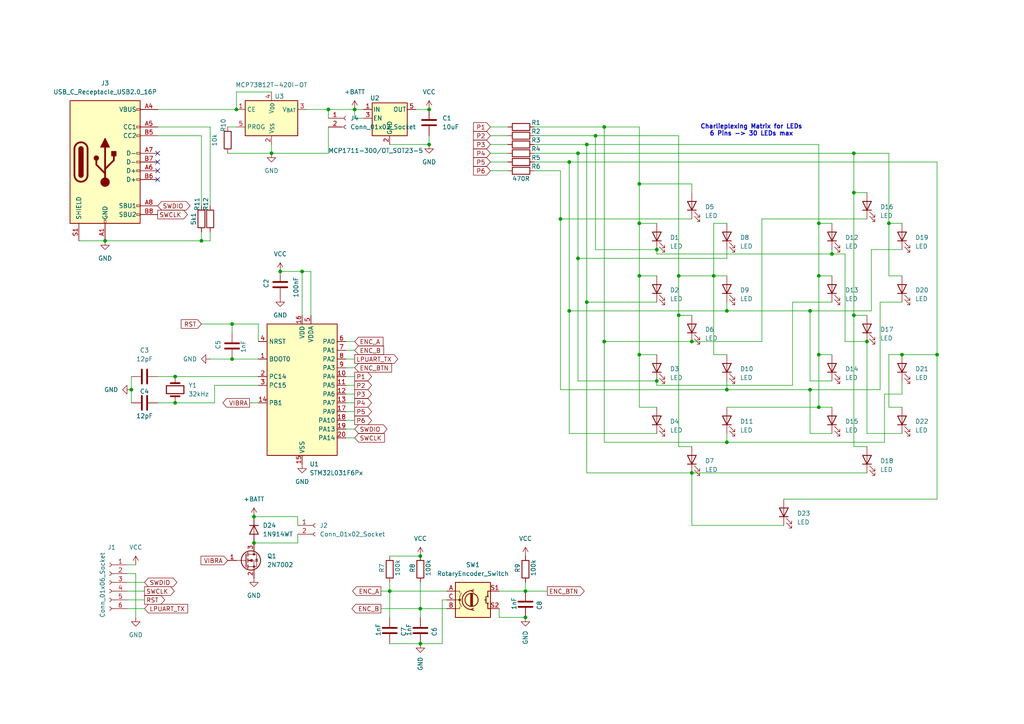
<source format=kicad_sch>
(kicad_sch (version 20250114) (generator "eeschema") (generator_version "9.0")
  (paper "A4")
  (title_block (title "Led Timer 2") (date "2025-10-19") (rev "0") (comment 1 "MEgli"))
  (lib_symbols
    (symbol "Battery_Management:MCP73812T-420I-OT"
      (property "Reference" "U" (at -6.35 6.35 0))
      (property "Value" "MCP73812T-420I-OT" (at 1.27 6.35 0))
      (symbol "MCP73812T-420I-OT_1_1"
        (pin input line (at -10.16 2.54 0) (length 2.54) (name "CE") (number "1"))
        (pin input line (at -10.16 -2.54 0) (length 2.54) (name "PROG") (number "5"))
        (pin power_in line (at 0 7.62 270) (length 2.54) (name "V_{DD}") (number "4"))
        (pin power_in line (at 0 -7.62 90) (length 2.54) (name "V_{SS}") (number "2"))
        (pin power_out line (at 10.16 2.54 180) (length 2.54) (name "V_{BAT}") (number "3"))
      )
    )
    (symbol "Connector:Conn_01x02_Socket" (pin_names (offset 1.016) (hide yes))
      (property "Reference" "J" (at 0 2.54 0))
      (property "Value" "Conn_01x02_Socket" (at 0 -5.08 0))
      (symbol "Conn_01x02_Socket_1_1"
        (pin passive line (at -5.08 0 0) (length 3.81) (name "Pin_1") (number "1"))
        (pin passive line (at -5.08 -2.54 0) (length 3.81) (name "Pin_2") (number "2"))
      )
    )
    (symbol "Connector:Conn_01x06_Socket" (pin_names (offset 1.016) (hide yes))
      (property "Reference" "J" (at 0 7.62 0))
      (property "Value" "Conn_01x06_Socket" (at 0 -10.16 0))
      (symbol "Conn_01x06_Socket_1_1"
        (pin passive line (at -5.08 5.08 0) (length 3.81) (name "Pin_1") (number "1"))
        (pin passive line (at -5.08 2.54 0) (length 3.81) (name "Pin_2") (number "2"))
        (pin passive line (at -5.08 0 0) (length 3.81) (name "Pin_3") (number "3"))
        (pin passive line (at -5.08 -2.54 0) (length 3.81) (name "Pin_4") (number "4"))
        (pin passive line (at -5.08 -5.08 0) (length 3.81) (name "Pin_5") (number "5"))
        (pin passive line (at -5.08 -7.62 0) (length 3.81) (name "Pin_6") (number "6"))
      )
    )
    (symbol "Connector:USB_C_Receptacle_USB2.0_16P" (pin_names (offset 1.016))
      (property "Reference" "J" (at 0 22.225 0))
      (property "Value" "USB_C_Receptacle_USB2.0_16P" (at 0 19.685 0))
      (symbol "USB_C_Receptacle_USB2.0_16P_1_1"
        (pin passive line (at -7.62 -22.86 90) (length 5.08) (name "SHIELD") (number "S1"))
        (pin passive line (at 0 -22.86 90) (length 5.08) (name "GND") (number "A1"))
        (pin passive line (at 0 -22.86 90) (length 5.08) (hide yes) (name "GND") (number "A12"))
        (pin passive line (at 0 -22.86 90) (length 5.08) (hide yes) (name "GND") (number "B1"))
        (pin passive line (at 0 -22.86 90) (length 5.08) (hide yes) (name "GND") (number "B12"))
        (pin passive line (at 15.24 15.24 180) (length 5.08) (name "VBUS") (number "A4"))
        (pin passive line (at 15.24 15.24 180) (length 5.08) (hide yes) (name "VBUS") (number "A9"))
        (pin passive line (at 15.24 15.24 180) (length 5.08) (hide yes) (name "VBUS") (number "B4"))
        (pin passive line (at 15.24 15.24 180) (length 5.08) (hide yes) (name "VBUS") (number "B9"))
        (pin bidirectional line (at 15.24 10.16 180) (length 5.08) (name "CC1") (number "A5"))
        (pin bidirectional line (at 15.24 7.62 180) (length 5.08) (name "CC2") (number "B5"))
        (pin bidirectional line (at 15.24 2.54 180) (length 5.08) (name "D-") (number "A7"))
        (pin bidirectional line (at 15.24 0 180) (length 5.08) (name "D-") (number "B7"))
        (pin bidirectional line (at 15.24 -2.54 180) (length 5.08) (name "D+") (number "A6"))
        (pin bidirectional line (at 15.24 -5.08 180) (length 5.08) (name "D+") (number "B6"))
        (pin bidirectional line (at 15.24 -12.7 180) (length 5.08) (name "SBU1") (number "A8"))
        (pin bidirectional line (at 15.24 -15.24 180) (length 5.08) (name "SBU2") (number "B8"))
      )
    )
    (symbol "Device:C" (pin_numbers (hide yes)) (pin_names (offset 0.254))
      (property "Reference" "C" (at 0.635 2.54 0))
      (property "Value" "C" (at 0.635 -2.54 0))
      (symbol "C_1_1"
        (pin passive line (at 0 3.81 270) (length 2.794) (name "~") (number "1"))
        (pin passive line (at 0 -3.81 90) (length 2.794) (name "~") (number "2"))
      )
    )
    (symbol "Device:Crystal" (pin_numbers (hide yes)) (pin_names (offset 1.016) (hide yes))
      (property "Reference" "Y" (at 0 3.81 0))
      (property "Value" "Crystal" (at 0 -3.81 0))
      (symbol "Crystal_1_1"
        (pin passive line (at -3.81 0 0) (length 1.27) (name "1") (number "1"))
        (pin passive line (at 3.81 0 180) (length 1.27) (name "2") (number "2"))
      )
    )
    (symbol "Device:LED" (pin_numbers (hide yes)) (pin_names (offset 1.016) (hide yes))
      (property "Reference" "D" (at 0 2.54 0))
      (property "Value" "LED" (at 0 -2.54 0))
      (symbol "LED_1_1"
        (pin passive line (at -3.81 0 0) (length 2.54) (name "K") (number "1"))
        (pin passive line (at 3.81 0 180) (length 2.54) (name "A") (number "2"))
      )
    )
    (symbol "Device:R" (pin_numbers (hide yes)) (pin_names (offset 0))
      (property "Reference" "R" (at 2.032 0 90))
      (property "Value" "R" (at 0 0 90))
      (symbol "R_1_1"
        (pin passive line (at 0 3.81 270) (length 1.27) (name "~") (number "1"))
        (pin passive line (at 0 -3.81 90) (length 1.27) (name "~") (number "2"))
      )
    )
    (symbol "Device:RotaryEncoder_Switch" (pin_names (offset 0.254) (hide yes))
      (property "Reference" "SW" (at 0 6.604 0))
      (property "Value" "RotaryEncoder_Switch" (at 0 -6.604 0))
      (symbol "RotaryEncoder_Switch_1_1"
        (pin passive line (at -7.62 2.54 0) (length 2.54) (name "A") (number "A"))
        (pin passive line (at -7.62 0 0) (length 2.54) (name "C") (number "C"))
        (pin passive line (at -7.62 -2.54 0) (length 2.54) (name "B") (number "B"))
        (pin passive line (at 7.62 2.54 180) (length 2.54) (name "S1") (number "S1"))
        (pin passive line (at 7.62 -2.54 180) (length 2.54) (name "S2") (number "S2"))
      )
    )
    (symbol "Diode:1N914WT" (pin_numbers (hide yes)) (pin_names (hide yes))
      (property "Reference" "D" (at 0 2.54 0))
      (property "Value" "1N914WT" (at 0 -2.54 0))
      (symbol "1N914WT_1_1"
        (pin passive line (at -3.81 0 0) (length 2.54) (name "K") (number "1"))
        (pin passive line (at 3.81 0 180) (length 2.54) (name "A") (number "2"))
      )
    )
    (symbol "MCU_ST_STM32L0:STM32L031F6Px"
      (property "Reference" "U" (at -10.16 21.59 0))
      (property "Value" "STM32L031F6Px" (at 5.08 21.59 0))
      (symbol "STM32L031F6Px_1_1"
        (pin input line (at -12.7 15.24 0) (length 2.54) (name "NRST") (number "4"))
        (pin input line (at -12.7 10.16 0) (length 2.54) (name "BOOT0") (number "1"))
        (pin bidirectional line (at -12.7 5.08 0) (length 2.54) (name "PC14") (number "2"))
        (pin bidirectional line (at -12.7 2.54 0) (length 2.54) (name "PC15") (number "3"))
        (pin bidirectional line (at -12.7 -2.54 0) (length 2.54) (name "PB1") (number "14"))
        (pin power_in line (at 0 22.86 270) (length 2.54) (name "VDD") (number "16"))
        (pin power_in line (at 0 -20.32 90) (length 2.54) (name "VSS") (number "15"))
        (pin power_in line (at 2.54 22.86 270) (length 2.54) (name "VDDA") (number "5"))
        (pin bidirectional line (at 12.7 15.24 180) (length 2.54) (name "PA0") (number "6"))
        (pin bidirectional line (at 12.7 12.7 180) (length 2.54) (name "PA1") (number "7"))
        (pin bidirectional line (at 12.7 10.16 180) (length 2.54) (name "PA2") (number "8"))
        (pin bidirectional line (at 12.7 7.62 180) (length 2.54) (name "PA3") (number "9"))
        (pin bidirectional line (at 12.7 5.08 180) (length 2.54) (name "PA4") (number "10"))
        (pin bidirectional line (at 12.7 2.54 180) (length 2.54) (name "PA5") (number "11"))
        (pin bidirectional line (at 12.7 0 180) (length 2.54) (name "PA6") (number "12"))
        (pin bidirectional line (at 12.7 -2.54 180) (length 2.54) (name "PA7") (number "13"))
        (pin bidirectional line (at 12.7 -5.08 180) (length 2.54) (name "PA9") (number "17"))
        (pin bidirectional line (at 12.7 -7.62 180) (length 2.54) (name "PA10") (number "18"))
        (pin bidirectional line (at 12.7 -10.16 180) (length 2.54) (name "PA13") (number "19"))
        (pin bidirectional line (at 12.7 -12.7 180) (length 2.54) (name "PA14") (number "20"))
      )
    )
    (symbol "Regulator_Linear:TLV71209_SOT23-5" (pin_names (offset 0.254))
      (property "Reference" "U" (at -3.81 5.715 0))
      (property "Value" "TLV71209_SOT23-5" (at 0 5.715 0))
      (symbol "TLV71209_SOT23-5_1_1"
        (pin power_in line (at -7.62 2.54 0) (length 2.54) (name "IN") (number "1"))
        (pin input line (at -7.62 0 0) (length 2.54) (name "EN") (number "3"))
        (pin power_in line (at 0 -7.62 90) (length 2.54) (name "GND") (number "2"))
        (pin no_connect line (at 5.08 0 180) (length 2.54) (hide yes) (name "NC") (number "4"))
        (pin power_out line (at 7.62 2.54 180) (length 2.54) (name "OUT") (number "5"))
      )
    )
    (symbol "Transistor_FET:2N7002" (pin_names (offset 0) (hide yes))
      (property "Reference" "Q" (at 5.08 1.905 0))
      (property "Value" "2N7002" (at 5.08 0 0))
      (symbol "2N7002_1_1"
        (pin input line (at -5.08 0 0) (length 2.54) (name "G") (number "1"))
        (pin passive line (at 2.54 5.08 270) (length 2.54) (name "D") (number "3"))
        (pin passive line (at 2.54 -5.08 90) (length 2.54) (name "S") (number "2"))
      )
    )
    (symbol "power:+BATT" (power) (pin_numbers (hide yes)) (pin_names (offset 0) (hide yes))
      (property "Value" "+BATT" (at 0 3.556 0))
      (symbol "+BATT_1_1"
        (pin power_in line (at 0 0 90) (length 0) (name "~") (number "1"))
      )
    )
    (symbol "power:GND" (power) (pin_numbers (hide yes)) (pin_names (offset 0) (hide yes))
      (property "Value" "GND" (at 0 -3.81 0))
      (symbol "GND_1_1"
        (pin power_in line (at 0 0 270) (length 0) (name "~") (number "1"))
      )
    )
    (symbol "power:VCC" (power) (pin_numbers (hide yes)) (pin_names (offset 0) (hide yes))
      (property "Value" "VCC" (at 0 3.556 0))
      (symbol "VCC_1_1"
        (pin power_in line (at 0 0 90) (length 0) (name "~") (number "1"))
      )
    )
  )
  (text "Charlieplexing Matrix for LEDs\n6 Pins -> 30 LEDs max" (at 217.932 37.846 0) (effects (font (size 1.27 1.27) (thickness 0.254) (bold yes))))
  (junction (at 175.26 99.06))
  (junction (at 237.49 80.01))
  (junction (at 172.72 39.37))
  (junction (at 121.92 176.53))
  (junction (at 68.58 31.75))
  (junction (at 247.65 91.44))
  (junction (at 261.62 102.87))
  (junction (at 124.46 41.91))
  (junction (at 162.56 63.5))
  (junction (at 78.74 44.45))
  (junction (at 152.4 171.45))
  (junction (at 30.48 69.85))
  (junction (at 271.78 102.87))
  (junction (at 190.5 72.39))
  (junction (at 167.64 44.45))
  (junction (at 190.5 110.49))
  (junction (at 67.31 93.98))
  (junction (at 185.42 53.34))
  (junction (at 152.4 179.07))
  (junction (at 95.25 31.75))
  (junction (at 200.66 137.16))
  (junction (at 185.42 80.01))
  (junction (at 247.65 55.88))
  (junction (at 50.8 109.22))
  (junction (at 165.1 90.17))
  (junction (at 241.3 73.66))
  (junction (at 165.1 46.99))
  (junction (at 234.95 90.17))
  (junction (at 81.28 78.74))
  (junction (at 234.95 113.03))
  (junction (at 121.92 186.69))
  (junction (at 73.66 157.48))
  (junction (at 257.81 64.77))
  (junction (at 196.85 91.44))
  (junction (at 170.18 87.63))
  (junction (at 196.85 80.01))
  (junction (at 102.87 31.75))
  (junction (at 210.82 128.27))
  (junction (at 237.49 64.77))
  (junction (at 207.01 80.01))
  (junction (at 124.46 31.75))
  (junction (at 185.42 102.87))
  (junction (at 67.31 104.14))
  (junction (at 251.46 99.06))
  (junction (at 113.03 171.45))
  (junction (at 210.82 90.17))
  (junction (at 170.18 41.91))
  (junction (at 237.49 102.87))
  (junction (at 50.8 116.84))
  (junction (at 175.26 36.83))
  (junction (at 87.63 78.74))
  (junction (at 167.64 74.93))
  (junction (at 38.1 113.03))
  (junction (at 121.92 161.29))
  (junction (at 58.42 69.85))
  (junction (at 247.65 44.45))
  (junction (at 185.42 64.77))
  (junction (at 200.66 99.06))
  (junction (at 237.49 118.11))
  (junction (at 73.66 149.86))
  (junction (at 210.82 113.03))
  (no_connect (at 45.72 44.45))
  (no_connect (at 45.72 49.53))
  (no_connect (at 45.72 46.99))
  (no_connect (at 45.72 52.07))
  (wire (pts (xy 45.72 39.37) (xy 58.42 39.37)))
  (wire (pts (xy 36.83 163.83) (xy 39.37 163.83)))
  (wire (pts (xy 95.25 31.75) (xy 102.87 31.75)))
  (wire (pts (xy 210.82 87.63) (xy 210.82 90.17)))
  (wire (pts (xy 175.26 36.83) (xy 185.42 36.83)))
  (wire (pts (xy 257.81 64.77) (xy 257.81 80.01)))
  (wire (pts (xy 60.96 69.85) (xy 60.96 67.31)))
  (wire (pts (xy 68.58 31.75) (xy 68.58 26.67)))
  (wire (pts (xy 102.87 109.22) (xy 100.33 109.22)))
  (wire (pts (xy 251.46 129.54) (xy 247.65 129.54)))
  (wire (pts (xy 78.74 41.91) (xy 78.74 44.45)))
  (wire (pts (xy 36.83 173.99) (xy 41.91 173.99)))
  (wire (pts (xy 252.73 90.17) (xy 234.95 90.17)))
  (wire (pts (xy 190.5 111.76) (xy 229.87 111.76)))
  (wire (pts (xy 170.18 137.16) (xy 200.66 137.16)))
  (wire (pts (xy 170.18 41.91) (xy 237.49 41.91)))
  (wire (pts (xy 142.24 39.37) (xy 147.32 39.37)))
  (wire (pts (xy 245.11 73.66) (xy 245.11 99.06)))
  (wire (pts (xy 170.18 41.91) (xy 170.18 87.63)))
  (wire (pts (xy 58.42 93.98) (xy 67.31 93.98)))
  (wire (pts (xy 162.56 49.53) (xy 162.56 63.5)))
  (wire (pts (xy 175.26 99.06) (xy 175.26 128.27)))
  (wire (pts (xy 102.87 114.3) (xy 100.33 114.3)))
  (wire (pts (xy 88.9 31.75) (xy 95.25 31.75)))
  (wire (pts (xy 172.72 39.37) (xy 196.85 39.37)))
  (wire (pts (xy 257.81 44.45) (xy 247.65 44.45)))
  (wire (pts (xy 154.94 44.45) (xy 167.64 44.45)))
  (wire (pts (xy 261.62 118.11) (xy 257.81 118.11)))
  (wire (pts (xy 234.95 110.49) (xy 241.3 110.49)))
  (wire (pts (xy 121.92 168.91) (xy 121.92 176.53)))
  (wire (pts (xy 210.82 118.11) (xy 237.49 118.11)))
  (wire (pts (xy 200.66 55.88) (xy 200.66 53.34)))
  (wire (pts (xy 102.87 104.14) (xy 100.33 104.14)))
  (wire (pts (xy 190.5 80.01) (xy 185.42 80.01)))
  (wire (pts (xy 251.46 99.06) (xy 251.46 125.73)))
  (wire (pts (xy 210.82 102.87) (xy 207.01 102.87)))
  (wire (pts (xy 167.64 44.45) (xy 167.64 74.93)))
  (wire (pts (xy 87.63 78.74) (xy 81.28 78.74)))
  (wire (pts (xy 74.93 111.76) (xy 62.23 111.76)))
  (wire (pts (xy 271.78 46.99) (xy 271.78 102.87)))
  (wire (pts (xy 210.82 110.49) (xy 210.82 113.03)))
  (wire (pts (xy 245.11 99.06) (xy 251.46 99.06)))
  (wire (pts (xy 102.87 119.38) (xy 100.33 119.38)))
  (wire (pts (xy 185.42 36.83) (xy 185.42 53.34)))
  (wire (pts (xy 185.42 80.01) (xy 185.42 64.77)))
  (wire (pts (xy 110.49 171.45) (xy 113.03 171.45)))
  (wire (pts (xy 165.1 90.17) (xy 210.82 90.17)))
  (wire (pts (xy 154.94 41.91) (xy 170.18 41.91)))
  (wire (pts (xy 241.3 73.66) (xy 245.11 73.66)))
  (wire (pts (xy 234.95 90.17) (xy 234.95 110.49)))
  (wire (pts (xy 172.72 72.39) (xy 190.5 72.39)))
  (wire (pts (xy 167.64 74.93) (xy 210.82 74.93)))
  (wire (pts (xy 162.56 63.5) (xy 162.56 113.03)))
  (wire (pts (xy 162.56 113.03) (xy 210.82 113.03)))
  (wire (pts (xy 247.65 55.88) (xy 251.46 55.88)))
  (wire (pts (xy 68.58 26.67) (xy 78.74 26.67)))
  (wire (pts (xy 58.42 69.85) (xy 60.96 69.85)))
  (wire (pts (xy 185.42 118.11) (xy 185.42 102.87)))
  (wire (pts (xy 237.49 80.01) (xy 241.3 80.01)))
  (wire (pts (xy 190.5 64.77) (xy 185.42 64.77)))
  (wire (pts (xy 86.36 152.4) (xy 86.36 149.86)))
  (wire (pts (xy 256.54 114.3) (xy 261.62 114.3)))
  (wire (pts (xy 252.73 72.39) (xy 252.73 90.17)))
  (wire (pts (xy 73.66 157.48) (xy 86.36 157.48)))
  (wire (pts (xy 247.65 44.45) (xy 247.65 55.88)))
  (wire (pts (xy 237.49 80.01) (xy 237.49 64.77)))
  (wire (pts (xy 113.03 171.45) (xy 129.54 171.45)))
  (wire (pts (xy 241.3 118.11) (xy 237.49 118.11)))
  (wire (pts (xy 58.42 67.31) (xy 58.42 69.85)))
  (wire (pts (xy 102.87 106.68) (xy 100.33 106.68)))
  (wire (pts (xy 175.26 128.27) (xy 210.82 128.27)))
  (wire (pts (xy 229.87 111.76) (xy 229.87 87.63)))
  (wire (pts (xy 167.64 44.45) (xy 247.65 44.45)))
  (wire (pts (xy 36.83 176.53) (xy 41.91 176.53)))
  (wire (pts (xy 237.49 64.77) (xy 241.3 64.77)))
  (wire (pts (xy 45.72 116.84) (xy 50.8 116.84)))
  (wire (pts (xy 165.1 125.73) (xy 190.5 125.73)))
  (wire (pts (xy 241.3 72.39) (xy 241.3 73.66)))
  (wire (pts (xy 90.17 78.74) (xy 90.17 91.44)))
  (wire (pts (xy 39.37 166.37) (xy 36.83 166.37)))
  (wire (pts (xy 22.86 69.85) (xy 30.48 69.85)))
  (wire (pts (xy 172.72 39.37) (xy 172.72 72.39)))
  (wire (pts (xy 129.54 173.99) (xy 128.27 173.99)))
  (wire (pts (xy 142.24 49.53) (xy 147.32 49.53)))
  (wire (pts (xy 196.85 80.01) (xy 196.85 39.37)))
  (wire (pts (xy 66.04 36.83) (xy 68.58 36.83)))
  (wire (pts (xy 66.04 44.45) (xy 78.74 44.45)))
  (wire (pts (xy 67.31 93.98) (xy 67.31 96.52)))
  (wire (pts (xy 167.64 110.49) (xy 190.5 110.49)))
  (wire (pts (xy 220.98 99.06) (xy 200.66 99.06)))
  (wire (pts (xy 74.93 93.98) (xy 74.93 99.06)))
  (wire (pts (xy 87.63 78.74) (xy 90.17 78.74)))
  (wire (pts (xy 102.87 99.06) (xy 100.33 99.06)))
  (wire (pts (xy 175.26 99.06) (xy 200.66 99.06)))
  (wire (pts (xy 45.72 36.83) (xy 60.96 36.83)))
  (wire (pts (xy 102.87 101.6) (xy 100.33 101.6)))
  (wire (pts (xy 196.85 80.01) (xy 207.01 80.01)))
  (wire (pts (xy 257.81 118.11) (xy 257.81 102.87)))
  (wire (pts (xy 234.95 113.03) (xy 255.27 113.03)))
  (wire (pts (xy 45.72 109.22) (xy 50.8 109.22)))
  (wire (pts (xy 142.24 41.91) (xy 147.32 41.91)))
  (wire (pts (xy 210.82 113.03) (xy 234.95 113.03)))
  (wire (pts (xy 207.01 64.77) (xy 207.01 80.01)))
  (wire (pts (xy 124.46 41.91) (xy 124.46 39.37)))
  (wire (pts (xy 271.78 102.87) (xy 261.62 102.87)))
  (wire (pts (xy 110.49 176.53) (xy 121.92 176.53)))
  (wire (pts (xy 38.1 113.03) (xy 38.1 116.84)))
  (wire (pts (xy 113.03 161.29) (xy 121.92 161.29)))
  (wire (pts (xy 144.78 171.45) (xy 152.4 171.45)))
  (wire (pts (xy 102.87 31.75) (xy 105.41 31.75)))
  (wire (pts (xy 102.87 34.29) (xy 102.87 31.75)))
  (wire (pts (xy 210.82 90.17) (xy 234.95 90.17)))
  (wire (pts (xy 121.92 179.07) (xy 121.92 176.53)))
  (wire (pts (xy 120.65 31.75) (xy 124.46 31.75)))
  (wire (pts (xy 62.23 111.76) (xy 62.23 116.84)))
  (wire (pts (xy 210.82 64.77) (xy 207.01 64.77)))
  (wire (pts (xy 170.18 87.63) (xy 190.5 87.63)))
  (wire (pts (xy 38.1 109.22) (xy 38.1 113.03)))
  (wire (pts (xy 237.49 118.11) (xy 237.49 102.87)))
  (wire (pts (xy 237.49 102.87) (xy 241.3 102.87)))
  (wire (pts (xy 152.4 168.91) (xy 152.4 171.45)))
  (wire (pts (xy 113.03 168.91) (xy 113.03 171.45)))
  (wire (pts (xy 185.42 102.87) (xy 185.42 80.01)))
  (wire (pts (xy 210.82 128.27) (xy 256.54 128.27)))
  (wire (pts (xy 72.39 116.84) (xy 74.93 116.84)))
  (wire (pts (xy 113.03 171.45) (xy 113.03 179.07)))
  (wire (pts (xy 207.01 80.01) (xy 210.82 80.01)))
  (wire (pts (xy 87.63 78.74) (xy 87.63 91.44)))
  (wire (pts (xy 165.1 90.17) (xy 165.1 125.73)))
  (wire (pts (xy 234.95 113.03) (xy 234.95 125.73)))
  (wire (pts (xy 200.66 53.34) (xy 185.42 53.34)))
  (wire (pts (xy 196.85 91.44) (xy 196.85 129.54)))
  (wire (pts (xy 152.4 171.45) (xy 158.75 171.45)))
  (wire (pts (xy 190.5 102.87) (xy 185.42 102.87)))
  (wire (pts (xy 102.87 111.76) (xy 100.33 111.76)))
  (wire (pts (xy 113.03 41.91) (xy 124.46 41.91)))
  (wire (pts (xy 86.36 154.94) (xy 86.36 157.48)))
  (wire (pts (xy 142.24 36.83) (xy 147.32 36.83)))
  (wire (pts (xy 257.81 64.77) (xy 257.81 44.45)))
  (wire (pts (xy 210.82 72.39) (xy 210.82 74.93)))
  (wire (pts (xy 271.78 144.78) (xy 271.78 102.87)))
  (wire (pts (xy 255.27 87.63) (xy 261.62 87.63)))
  (wire (pts (xy 200.66 137.16) (xy 251.46 137.16)))
  (wire (pts (xy 165.1 46.99) (xy 271.78 46.99)))
  (wire (pts (xy 102.87 127) (xy 100.33 127)))
  (wire (pts (xy 200.66 152.4) (xy 200.66 137.16)))
  (wire (pts (xy 154.94 46.99) (xy 165.1 46.99)))
  (wire (pts (xy 154.94 49.53) (xy 162.56 49.53)))
  (wire (pts (xy 257.81 102.87) (xy 261.62 102.87)))
  (wire (pts (xy 95.25 31.75) (xy 95.25 34.29)))
  (wire (pts (xy 251.46 125.73) (xy 261.62 125.73)))
  (wire (pts (xy 247.65 91.44) (xy 251.46 91.44)))
  (wire (pts (xy 73.66 149.86) (xy 86.36 149.86)))
  (wire (pts (xy 237.49 41.91) (xy 237.49 64.77)))
  (wire (pts (xy 227.33 144.78) (xy 271.78 144.78)))
  (wire (pts (xy 74.93 104.14) (xy 67.31 104.14)))
  (wire (pts (xy 196.85 91.44) (xy 196.85 80.01)))
  (wire (pts (xy 255.27 113.03) (xy 255.27 87.63)))
  (wire (pts (xy 167.64 74.93) (xy 167.64 110.49)))
  (wire (pts (xy 105.41 34.29) (xy 102.87 34.29)))
  (wire (pts (xy 257.81 80.01) (xy 261.62 80.01)))
  (wire (pts (xy 175.26 36.83) (xy 175.26 99.06)))
  (wire (pts (xy 100.33 121.92) (xy 102.87 121.92)))
  (wire (pts (xy 142.24 44.45) (xy 147.32 44.45)))
  (wire (pts (xy 190.5 118.11) (xy 185.42 118.11)))
  (wire (pts (xy 247.65 91.44) (xy 247.65 55.88)))
  (wire (pts (xy 241.3 73.66) (xy 190.5 73.66)))
  (wire (pts (xy 144.78 176.53) (xy 144.78 179.07)))
  (wire (pts (xy 190.5 110.49) (xy 190.5 111.76)))
  (wire (pts (xy 67.31 93.98) (xy 74.93 93.98)))
  (wire (pts (xy 261.62 72.39) (xy 252.73 72.39)))
  (wire (pts (xy 60.96 36.83) (xy 60.96 59.69)))
  (wire (pts (xy 36.83 168.91) (xy 41.91 168.91)))
  (wire (pts (xy 190.5 73.66) (xy 190.5 72.39)))
  (wire (pts (xy 154.94 36.83) (xy 175.26 36.83)))
  (wire (pts (xy 170.18 87.63) (xy 170.18 137.16)))
  (wire (pts (xy 261.62 64.77) (xy 257.81 64.77)))
  (wire (pts (xy 227.33 152.4) (xy 200.66 152.4)))
  (wire (pts (xy 58.42 39.37) (xy 58.42 59.69)))
  (wire (pts (xy 30.48 69.85) (xy 58.42 69.85)))
  (wire (pts (xy 128.27 173.99) (xy 128.27 186.69)))
  (wire (pts (xy 220.98 63.5) (xy 220.98 99.06)))
  (wire (pts (xy 45.72 31.75) (xy 68.58 31.75)))
  (wire (pts (xy 144.78 179.07) (xy 152.4 179.07)))
  (wire (pts (xy 200.66 129.54) (xy 196.85 129.54)))
  (wire (pts (xy 207.01 102.87) (xy 207.01 80.01)))
  (wire (pts (xy 154.94 39.37) (xy 172.72 39.37)))
  (wire (pts (xy 162.56 63.5) (xy 200.66 63.5)))
  (wire (pts (xy 60.96 104.14) (xy 67.31 104.14)))
  (wire (pts (xy 261.62 114.3) (xy 261.62 110.49)))
  (wire (pts (xy 210.82 125.73) (xy 210.82 128.27)))
  (wire (pts (xy 185.42 64.77) (xy 185.42 53.34)))
  (wire (pts (xy 95.25 36.83) (xy 95.25 44.45)))
  (wire (pts (xy 196.85 91.44) (xy 200.66 91.44)))
  (wire (pts (xy 237.49 102.87) (xy 237.49 80.01)))
  (wire (pts (xy 256.54 128.27) (xy 256.54 114.3)))
  (wire (pts (xy 229.87 87.63) (xy 241.3 87.63)))
  (wire (pts (xy 142.24 46.99) (xy 147.32 46.99)))
  (wire (pts (xy 247.65 129.54) (xy 247.65 91.44)))
  (wire (pts (xy 165.1 46.99) (xy 165.1 90.17)))
  (wire (pts (xy 251.46 63.5) (xy 220.98 63.5)))
  (wire (pts (xy 50.8 116.84) (xy 62.23 116.84)))
  (wire (pts (xy 234.95 125.73) (xy 241.3 125.73)))
  (wire (pts (xy 36.83 171.45) (xy 41.91 171.45)))
  (wire (pts (xy 39.37 179.07) (xy 39.37 166.37)))
  (wire (pts (xy 113.03 186.69) (xy 121.92 186.69)))
  (wire (pts (xy 102.87 124.46) (xy 100.33 124.46)))
  (wire (pts (xy 128.27 186.69) (xy 121.92 186.69)))
  (wire (pts (xy 121.92 176.53) (xy 129.54 176.53)))
  (wire (pts (xy 102.87 116.84) (xy 100.33 116.84)))
  (wire (pts (xy 95.25 44.45) (xy 78.74 44.45)))
  (wire (pts (xy 50.8 109.22) (xy 74.93 109.22)))
  (global_label "P3" (shape output) (at 102.87 114.3 0) (property "Intersheetrefs" "${INTERSHEET_REFS}" (effects (hide yes))))
  (global_label "P3" (shape input) (at 142.24 41.91 180) (property "Intersheetrefs" "${INTERSHEET_REFS}" (effects (hide yes))))
  (global_label "P1" (shape output) (at 102.87 109.22 0) (property "Intersheetrefs" "${INTERSHEET_REFS}" (effects (hide yes))))
  (global_label "LPUART_TX" (shape output) (at 102.87 104.14 0) (property "Intersheetrefs" "${INTERSHEET_REFS}" (effects (hide yes))))
  (global_label "P5" (shape input) (at 142.24 46.99 180) (property "Intersheetrefs" "${INTERSHEET_REFS}" (effects (hide yes))))
  (global_label "RST" (shape input) (at 58.42 93.98 180) (property "Intersheetrefs" "${INTERSHEET_REFS}" (effects (hide yes))))
  (global_label "VIBRA" (shape output) (at 72.39 116.84 180) (property "Intersheetrefs" "${INTERSHEET_REFS}" (effects (hide yes))))
  (global_label "ENC_B" (shape output) (at 110.49 176.53 180) (property "Intersheetrefs" "${INTERSHEET_REFS}" (effects (hide yes))))
  (global_label "ENC_BTN" (shape output) (at 158.75 171.45 0) (property "Intersheetrefs" "${INTERSHEET_REFS}" (effects (hide yes))))
  (global_label "LPUART_TX" (shape input) (at 41.91 176.53 0) (property "Intersheetrefs" "${INTERSHEET_REFS}" (effects (hide yes))))
  (global_label "ENC_A" (shape input) (at 102.87 99.06 0) (property "Intersheetrefs" "${INTERSHEET_REFS}" (effects (hide yes))))
  (global_label "ENC_B" (shape input) (at 102.87 101.6 0) (property "Intersheetrefs" "${INTERSHEET_REFS}" (effects (hide yes))))
  (global_label "SWDIO" (shape bidirectional) (at 45.72 59.69 0) (property "Intersheetrefs" "${INTERSHEET_REFS}" (effects (hide yes))))
  (global_label "P2" (shape output) (at 102.87 111.76 0) (property "Intersheetrefs" "${INTERSHEET_REFS}" (effects (hide yes))))
  (global_label "SWDIO" (shape bidirectional) (at 102.87 124.46 0) (property "Intersheetrefs" "${INTERSHEET_REFS}" (effects (hide yes))))
  (global_label "ENC_BTN" (shape input) (at 102.87 106.68 0) (property "Intersheetrefs" "${INTERSHEET_REFS}" (effects (hide yes))))
  (global_label "SWCLK" (shape output) (at 45.72 62.23 0) (property "Intersheetrefs" "${INTERSHEET_REFS}" (effects (hide yes))))
  (global_label "P6" (shape output) (at 102.87 121.92 0) (property "Intersheetrefs" "${INTERSHEET_REFS}" (effects (hide yes))))
  (global_label "P2" (shape input) (at 142.24 39.37 180) (property "Intersheetrefs" "${INTERSHEET_REFS}" (effects (hide yes))))
  (global_label "P4" (shape output) (at 102.87 116.84 0) (property "Intersheetrefs" "${INTERSHEET_REFS}" (effects (hide yes))))
  (global_label "P6" (shape input) (at 142.24 49.53 180) (property "Intersheetrefs" "${INTERSHEET_REFS}" (effects (hide yes))))
  (global_label "P4" (shape input) (at 142.24 44.45 180) (property "Intersheetrefs" "${INTERSHEET_REFS}" (effects (hide yes))))
  (global_label "SWDIO" (shape bidirectional) (at 41.91 168.91 0) (property "Intersheetrefs" "${INTERSHEET_REFS}" (effects (hide yes))))
  (global_label "SWCLK" (shape output) (at 41.91 171.45 0) (property "Intersheetrefs" "${INTERSHEET_REFS}" (effects (hide yes))))
  (global_label "SWCLK" (shape input) (at 102.87 127 0) (property "Intersheetrefs" "${INTERSHEET_REFS}" (effects (hide yes))))
  (global_label "RST" (shape output) (at 41.91 173.99 0) (property "Intersheetrefs" "${INTERSHEET_REFS}" (effects (hide yes))))
  (global_label "VIBRA" (shape input) (at 66.04 162.56 180) (property "Intersheetrefs" "${INTERSHEET_REFS}" (effects (hide yes))))
  (global_label "P1" (shape input) (at 142.24 36.83 180) (property "Intersheetrefs" "${INTERSHEET_REFS}" (effects (hide yes))))
  (global_label "ENC_A" (shape output) (at 110.49 171.45 180) (property "Intersheetrefs" "${INTERSHEET_REFS}" (effects (hide yes))))
  (global_label "P5" (shape output) (at 102.87 119.38 0) (property "Intersheetrefs" "${INTERSHEET_REFS}" (effects (hide yes))))
  (symbol (lib_id "power:VCC") (at 121.92 161.29 0) (unit 1)
    (property "Reference" "#PWR012" (effects (hide yes)))
    (property "Value" "VCC" (at 121.92 156.21 0))
    (property "Description" "Power symbol creates a global label with name \"VCC\"" (effects (hide yes)))
  )
  (symbol (lib_id "Device:LED") (at 261.62 68.58 90) (unit 1)
    (property "Reference" "D19" (at 265.43 68.8974 90) (effects (justify right)))
    (property "Value" "LED" (at 265.43 71.4374 90) (effects (justify right)))
    (property "Footprint" "LED_SMD:LED_0603_1608Metric_Pad1.05x0.95mm_HandSolder" (effects (hide yes)))
    (property "Description" "Light emitting diode" (effects (hide yes)))
    (property "Sim.Pins" "1=K 2=A" (effects (hide yes)))
  )
  (symbol (lib_id "Device:R") (at 60.96 63.5 180) (unit 1)
    (property "Reference" "R12" (at 59.69 59.182 90))
    (property "Value" "5k1" (effects (hide yes)))
    (property "Footprint" "Resistor_SMD:R_0603_1608Metric" (effects (hide yes)))
    (property "Description" "Resistor" (effects (hide yes)))
  )
  (symbol (lib_id "power:GND") (at 73.66 167.64 0) (unit 1)
    (property "Reference" "#PWR016" (effects (hide yes)))
    (property "Value" "GND" (at 73.66 172.72 0))
    (property "Description" "Power symbol creates a global label with name \"GND\" , ground" (effects (hide yes)))
  )
  (symbol (lib_id "Device:LED") (at 190.5 121.92 90) (unit 1)
    (property "Reference" "D4" (at 194.31 122.2374 90) (effects (justify right)))
    (property "Value" "LED" (at 194.31 124.7774 90) (effects (justify right)))
    (property "Footprint" "LED_SMD:LED_0603_1608Metric_Pad1.05x0.95mm_HandSolder" (effects (hide yes)))
    (property "Description" "Light emitting diode" (effects (hide yes)))
    (property "Sim.Pins" "1=K 2=A" (effects (hide yes)))
  )
  (symbol (lib_id "power:GND") (at 152.4 179.07 0) (unit 1)
    (property "Reference" "#PWR010" (effects (hide yes)))
    (property "Value" "GND" (at 152.3999 182.88 90) (effects (justify right)))
    (property "Description" "Power symbol creates a global label with name \"GND\" , ground" (effects (hide yes)))
  )
  (symbol (lib_id "power:GND") (at 78.74 44.45 0) (unit 1)
    (property "Reference" "#PWR017" (effects (hide yes)))
    (property "Value" "GND" (at 78.74 49.53 0))
    (property "Description" "Power symbol creates a global label with name \"GND\" , ground" (effects (hide yes)))
  )
  (symbol (lib_id "Device:R") (at 152.4 165.1 0) (unit 1)
    (property "Reference" "R9" (at 150.114 166.116 90) (effects (justify left)))
    (property "Value" "100k" (at 154.686 167.132 90) (effects (justify left)))
    (property "Footprint" "Resistor_SMD:R_0603_1608Metric" (effects (hide yes)))
    (property "Description" "Resistor" (effects (hide yes)))
  )
  (symbol (lib_id "Transistor_FET:2N7002") (at 71.12 162.56 0) (unit 1)
    (property "Reference" "Q1" (at 77.47 161.2899 0) (effects (justify left)))
    (property "Value" "2N7002" (at 77.47 163.8299 0) (effects (justify left)))
    (property "Footprint" "Package_TO_SOT_SMD:SOT-23" (effects (hide yes)))
    (property "Datasheet" "https://www.onsemi.com/pub/Collateral/NDS7002A-D.PDF" (effects (hide yes)))
    (property "Description" "0.115A Id, 60V Vds, N-Channel MOSFET, SOT-23" (effects (hide yes)))
  )
  (symbol (lib_id "Device:R") (at 151.13 41.91 90) (unit 1)
    (property "Reference" "R3" (at 155.448 40.64 90))
    (property "Value" "470R" (effects (hide yes)))
    (property "Footprint" "Resistor_SMD:R_0603_1608Metric" (effects (hide yes)))
    (property "Description" "Resistor" (effects (hide yes)))
  )
  (symbol (lib_id "Connector:Conn_01x02_Socket") (at 91.44 152.4 0) (unit 1) (in_bom no)
    (property "Reference" "J2" (at 92.71 152.3999 0) (effects (justify left)))
    (property "Value" "Conn_01x02_Socket" (at 92.71 154.9399 0) (effects (justify left)))
    (property "Footprint" "Connector_PinHeader_1.27mm:PinHeader_1x02_P1.27mm_Vertical" (effects (hide yes)))
    (property "Description" "Generic connector, single row, 01x02, script generated" (effects (hide yes)))
  )
  (symbol (lib_id "Device:LED") (at 261.62 121.92 90) (unit 1)
    (property "Reference" "D22" (at 265.43 122.2374 90) (effects (justify right)))
    (property "Value" "LED" (at 265.43 124.7774 90) (effects (justify right)))
    (property "Footprint" "LED_SMD:LED_0603_1608Metric_Pad1.05x0.95mm_HandSolder" (effects (hide yes)))
    (property "Description" "Light emitting diode" (effects (hide yes)))
    (property "Sim.Pins" "1=K 2=A" (effects (hide yes)))
  )
  (symbol (lib_id "Device:R") (at 151.13 46.99 90) (unit 1)
    (property "Reference" "R5" (at 155.448 45.72 90))
    (property "Value" "470R" (effects (hide yes)))
    (property "Footprint" "Resistor_SMD:R_0603_1608Metric" (effects (hide yes)))
    (property "Description" "Resistor" (effects (hide yes)))
  )
  (symbol (lib_id "Device:LED") (at 190.5 106.68 90) (unit 1)
    (property "Reference" "D3" (at 194.31 106.9974 90) (effects (justify right)))
    (property "Value" "LED" (at 194.31 109.5374 90) (effects (justify right)))
    (property "Footprint" "LED_SMD:LED_0603_1608Metric_Pad1.05x0.95mm_HandSolder" (effects (hide yes)))
    (property "Description" "Light emitting diode" (effects (hide yes)))
    (property "Sim.Pins" "1=K 2=A" (effects (hide yes)))
  )
  (symbol (lib_id "Connector:Conn_01x06_Socket") (at 31.75 168.91 0) (mirror y) (unit 1) (in_bom no)
    (property "Reference" "J1" (at 32.385 158.75 0))
    (property "Value" "Conn_01x06_Socket" (at 29.718 169.672 90))
    (property "Footprint" "Connector_PinHeader_1.27mm:PinHeader_1x06_P1.27mm_Vertical" (effects (hide yes)))
    (property "Description" "Generic connector, single row, 01x06, script generated" (effects (hide yes)))
  )
  (symbol (lib_id "power:VCC") (at 124.46 31.75 0) (unit 1)
    (property "Reference" "#PWR05" (effects (hide yes)))
    (property "Value" "VCC" (at 124.46 26.67 0))
    (property "Description" "Power symbol creates a global label with name \"VCC\"" (effects (hide yes)))
  )
  (symbol (lib_id "Device:LED") (at 241.3 106.68 90) (unit 1)
    (property "Reference" "D14" (at 245.11 106.9974 90) (effects (justify right)))
    (property "Value" "LED" (at 245.11 109.5374 90) (effects (justify right)))
    (property "Footprint" "LED_SMD:LED_0603_1608Metric_Pad1.05x0.95mm_HandSolder" (effects (hide yes)))
    (property "Description" "Light emitting diode" (effects (hide yes)))
    (property "Sim.Pins" "1=K 2=A" (effects (hide yes)))
  )
  (symbol (lib_id "MCU_ST_STM32L0:STM32L031F6Px") (at 87.63 114.3 0) (unit 1)
    (property "Reference" "U1" (at 89.7733 134.62 0) (effects (justify left)))
    (property "Value" "STM32L031F6Px" (at 89.7733 137.16 0) (effects (justify left)))
    (property "Footprint" "Package_SO:TSSOP-20_4.4x6.5mm_P0.65mm" (effects (hide yes)))
    (property "Datasheet" "https://www.st.com/resource/en/datasheet/stm32l031f6.pdf" (effects (hide yes)))
    (property "Description" "STMicroelectronics Arm Cortex-M0+ MCU, 32KB flash, 8KB RAM, 32 MHz, 1.65-3.6V, 15 GPIO, TSSOP20" (effects (hide yes)))
  )
  (symbol (lib_id "Diode:1N914WT") (at 73.66 153.67 90) (mirror x) (unit 1)
    (property "Reference" "D24" (at 76.2 152.3999 90) (effects (justify right)))
    (property "Value" "1N914WT" (at 76.2 154.9399 90) (effects (justify right)))
    (property "Footprint" "Diode_SMD:D_SOD-523" (effects (hide yes)))
    (property "Datasheet" "http://www.mouser.com/ds/2/149/1N4148WT-461550.pdf" (effects (hide yes)))
    (property "Description" "75V 0.15A Fast switching Diode, SOD-523" (effects (hide yes)))
    (property "Sim.Device" "D" (effects (hide yes)))
    (property "Sim.Pins" "1=K 2=A" (effects (hide yes)))
  )
  (symbol (lib_id "Device:Crystal") (at 50.8 113.03 90) (unit 1)
    (property "Reference" "Y1" (at 54.61 111.7599 90) (effects (justify right)))
    (property "Value" "32kHz" (at 54.61 114.2999 90) (effects (justify right)))
    (property "Footprint" "Crystal:Crystal_SMD_3215-2Pin_3.2x1.5mm" (effects (hide yes)))
    (property "Description" "Two pin crystal" (effects (hide yes)))
  )
  (symbol (lib_id "Regulator_Linear:TLV71209_SOT23-5") (at 113.03 34.29 0) (unit 1)
    (property "Reference" "U2" (at 108.712 28.448 0))
    (property "Value" "MCP1711-300/OT_SOT23-5" (at 108.966 43.688 0))
    (property "Footprint" "Package_TO_SOT_SMD:SOT-23-5" (effects (hide yes)))
    (property "Datasheet" "http://www.ti.com/lit/ds/symlink/tlv712.pdf" (effects (hide yes)))
    (property "Description" "300mA Low Dropout Voltage Regulator, Fixed Output 0.9V, SOT-23-5" (effects (hide yes)))
  )
  (symbol (lib_id "power:GND") (at 39.37 179.07 0) (unit 1)
    (property "Reference" "#PWR013" (effects (hide yes)))
    (property "Value" "GND" (at 39.37 184.15 0))
    (property "Description" "Power symbol creates a global label with name \"GND\" , ground" (effects (hide yes)))
  )
  (symbol (lib_id "Battery_Management:MCP73812T-420I-OT") (at 78.74 34.29 0) (unit 1)
    (property "Reference" "U3" (at 81.026 27.94 0))
    (property "Value" "MCP73812T-420I-OT" (at 78.74 24.638 0))
    (property "Footprint" "Package_TO_SOT_SMD:SOT-23-5" (effects (hide yes)))
    (property "Datasheet" "http://ww1.microchip.com/downloads/en/DeviceDoc/22036b.pdf" (effects (hide yes)))
    (property "Description" "Simple, Miniature Single-Cell, Fully Integrated Li-Ion / Li-Polymer Charge Management Controllers, 50mA-500mA, 4.2V, SOT23-5" (effects (hide yes)))
  )
  (symbol (lib_id "Device:LED") (at 210.82 83.82 90) (unit 1)
    (property "Reference" "D9" (at 214.63 84.1374 90) (effects (justify right)))
    (property "Value" "LED" (at 214.63 86.6774 90) (effects (justify right)))
    (property "Footprint" "LED_SMD:LED_0603_1608Metric_Pad1.05x0.95mm_HandSolder" (effects (hide yes)))
    (property "Description" "Light emitting diode" (effects (hide yes)))
    (property "Sim.Pins" "1=K 2=A" (effects (hide yes)))
  )
  (symbol (lib_id "power:GND") (at 30.48 69.85 0) (unit 1)
    (property "Reference" "#PWR018" (effects (hide yes)))
    (property "Value" "GND" (at 30.48 74.93 0))
    (property "Description" "Power symbol creates a global label with name \"GND\" , ground" (effects (hide yes)))
  )
  (symbol (lib_id "Device:R") (at 113.03 165.1 0) (unit 1)
    (property "Reference" "R7" (at 110.744 166.116 90) (effects (justify left)))
    (property "Value" "100k" (at 115.316 167.132 90) (effects (justify left)))
    (property "Footprint" "Resistor_SMD:R_0603_1608Metric" (effects (hide yes)))
    (property "Description" "Resistor" (effects (hide yes)))
  )
  (symbol (lib_id "Device:C") (at 67.31 100.33 0) (unit 1)
    (property "Reference" "C5" (at 63.246 101.346 90) (effects (justify left)))
    (property "Value" "1nF" (at 70.612 102.362 90) (effects (justify left)))
    (property "Footprint" "Capacitor_SMD:C_0603_1608Metric" (effects (hide yes)))
    (property "Description" "Unpolarized capacitor" (effects (hide yes)))
  )
  (symbol (lib_id "Device:LED") (at 251.46 133.35 90) (unit 1)
    (property "Reference" "D18" (at 255.27 133.6674 90) (effects (justify right)))
    (property "Value" "LED" (at 255.27 136.2074 90) (effects (justify right)))
    (property "Footprint" "LED_SMD:LED_0603_1608Metric_Pad1.05x0.95mm_HandSolder" (effects (hide yes)))
    (property "Description" "Light emitting diode" (effects (hide yes)))
    (property "Sim.Pins" "1=K 2=A" (effects (hide yes)))
  )
  (symbol (lib_id "Device:R") (at 151.13 36.83 90) (unit 1)
    (property "Reference" "R1" (at 155.448 35.56 90))
    (property "Value" "470R" (at 151.13 51.816 90))
    (property "Footprint" "Resistor_SMD:R_0603_1608Metric" (effects (hide yes)))
    (property "Description" "Resistor" (effects (hide yes)))
  )
  (symbol (lib_id "Device:LED") (at 210.82 68.58 90) (unit 1)
    (property "Reference" "D8" (at 214.63 68.8974 90) (effects (justify right)))
    (property "Value" "LED" (at 214.63 71.4374 90) (effects (justify right)))
    (property "Footprint" "LED_SMD:LED_0603_1608Metric_Pad1.05x0.95mm_HandSolder" (effects (hide yes)))
    (property "Description" "Light emitting diode" (effects (hide yes)))
    (property "Sim.Pins" "1=K 2=A" (effects (hide yes)))
  )
  (symbol (lib_id "Device:R") (at 151.13 39.37 90) (unit 1)
    (property "Reference" "R2" (at 155.448 38.1 90))
    (property "Value" "470R" (effects (hide yes)))
    (property "Footprint" "Resistor_SMD:R_0603_1608Metric" (effects (hide yes)))
    (property "Description" "Resistor" (effects (hide yes)))
  )
  (symbol (lib_id "Connector:Conn_01x02_Socket") (at 100.33 34.29 0) (unit 1) (in_bom no)
    (property "Reference" "J4" (at 101.6 34.2899 0) (effects (justify left)))
    (property "Value" "Conn_01x02_Socket" (at 101.6 36.8299 0) (effects (justify left)))
    (property "Footprint" "Connector_PinHeader_1.27mm:PinHeader_1x02_P1.27mm_Vertical" (effects (hide yes)))
    (property "Description" "Generic connector, single row, 01x02, script generated" (effects (hide yes)))
  )
  (symbol (lib_id "power:GND") (at 121.92 186.69 0) (unit 1)
    (property "Reference" "#PWR09" (effects (hide yes)))
    (property "Value" "GND" (at 121.9199 190.5 90) (effects (justify right)))
    (property "Description" "Power symbol creates a global label with name \"GND\" , ground" (effects (hide yes)))
  )
  (symbol (lib_id "Device:LED") (at 241.3 68.58 90) (unit 1)
    (property "Reference" "D12" (at 245.11 68.8974 90) (effects (justify right)))
    (property "Value" "LED" (at 245.11 71.4374 90) (effects (justify right)))
    (property "Footprint" "LED_SMD:LED_0603_1608Metric_Pad1.05x0.95mm_HandSolder" (effects (hide yes)))
    (property "Description" "Light emitting diode" (effects (hide yes)))
    (property "Sim.Pins" "1=K 2=A" (effects (hide yes)))
  )
  (symbol (lib_id "Device:LED") (at 227.33 148.59 90) (unit 1)
    (property "Reference" "D23" (at 231.14 148.9074 90) (effects (justify right)))
    (property "Value" "LED" (at 231.14 151.4474 90) (effects (justify right)))
    (property "Footprint" "LED_SMD:LED_0603_1608Metric_Pad1.05x0.95mm_HandSolder" (effects (hide yes)))
    (property "Description" "Light emitting diode" (effects (hide yes)))
    (property "Sim.Pins" "1=K 2=A" (effects (hide yes)))
  )
  (symbol (lib_id "Device:LED") (at 190.5 68.58 90) (unit 1)
    (property "Reference" "D1" (at 194.31 68.8974 90) (effects (justify right)))
    (property "Value" "LED" (at 194.31 71.4374 90) (effects (justify right)))
    (property "Footprint" "LED_SMD:LED_0603_1608Metric_Pad1.05x0.95mm_HandSolder" (effects (hide yes)))
    (property "Description" "Light emitting diode" (effects (hide yes)))
    (property "Sim.Pins" "1=K 2=A" (effects (hide yes)))
  )
  (symbol (lib_id "power:GND") (at 81.28 86.36 0) (unit 1)
    (property "Reference" "#PWR01" (effects (hide yes)))
    (property "Value" "GND" (at 81.28 91.44 0))
    (property "Description" "Power symbol creates a global label with name \"GND\" , ground" (effects (hide yes)))
  )
  (symbol (lib_id "Connector:USB_C_Receptacle_USB2.0_16P") (at 30.48 46.99 0) (unit 1)
    (property "Reference" "J3" (at 30.48 24.13 0))
    (property "Value" "USB_C_Receptacle_USB2.0_16P" (at 30.48 26.67 0))
    (property "Footprint" "Connector_USB:USB_C_Receptacle_G-Switch_GT-USB-7010ASV" (effects (hide yes)))
    (property "Datasheet" "https://www.usb.org/sites/default/files/documents/usb_type-c.zip" (effects (hide yes)))
    (property "Description" "USB 2.0-only 16P Type-C Receptacle connector" (effects (hide yes)))
  )
  (symbol (lib_id "Device:LED") (at 200.66 95.25 90) (unit 1)
    (property "Reference" "D6" (at 204.47 95.5674 90) (effects (justify right)))
    (property "Value" "LED" (at 204.47 98.1074 90) (effects (justify right)))
    (property "Footprint" "LED_SMD:LED_0603_1608Metric_Pad1.05x0.95mm_HandSolder" (effects (hide yes)))
    (property "Description" "Light emitting diode" (effects (hide yes)))
    (property "Sim.Pins" "1=K 2=A" (effects (hide yes)))
  )
  (symbol (lib_id "Device:LED") (at 241.3 121.92 90) (unit 1)
    (property "Reference" "D15" (at 245.11 122.2374 90) (effects (justify right)))
    (property "Value" "LED" (at 245.11 124.7774 90) (effects (justify right)))
    (property "Footprint" "LED_SMD:LED_0603_1608Metric_Pad1.05x0.95mm_HandSolder" (effects (hide yes)))
    (property "Description" "Light emitting diode" (effects (hide yes)))
    (property "Sim.Pins" "1=K 2=A" (effects (hide yes)))
  )
  (symbol (lib_id "Device:RotaryEncoder_Switch") (at 137.16 173.99 0) (unit 1)
    (property "Reference" "SW1" (at 137.16 163.83 0))
    (property "Value" "RotaryEncoder_Switch" (at 137.16 166.37 0))
    (property "Footprint" "LT2:rotary_encoder_PEC11S-929K" (effects (hide yes)))
    (property "Description" "Rotary encoder, dual channel, incremental quadrate outputs, with switch" (effects (hide yes)))
  )
  (symbol (lib_id "Device:C") (at 41.91 109.22 90) (unit 1)
    (property "Reference" "C3" (at 41.91 101.6 90))
    (property "Value" "12pF" (at 41.91 104.14 90))
    (property "Footprint" "Capacitor_SMD:C_0603_1608Metric" (effects (hide yes)))
    (property "Description" "Unpolarized capacitor" (effects (hide yes)))
  )
  (symbol (lib_id "Device:C") (at 81.28 82.55 0) (unit 1)
    (property "Reference" "C2" (at 77.216 83.566 90) (effects (justify left)))
    (property "Value" "100nF" (at 85.852 86.36 90) (effects (justify left)))
    (property "Footprint" "Capacitor_SMD:C_0603_1608Metric" (effects (hide yes)))
    (property "Description" "Unpolarized capacitor" (effects (hide yes)))
  )
  (symbol (lib_id "power:VCC") (at 152.4 161.29 0) (unit 1)
    (property "Reference" "#PWR011" (effects (hide yes)))
    (property "Value" "VCC" (at 152.4 156.21 0))
    (property "Description" "Power symbol creates a global label with name \"VCC\"" (effects (hide yes)))
  )
  (symbol (lib_id "Device:LED") (at 200.66 133.35 90) (unit 1)
    (property "Reference" "D7" (at 204.47 133.6674 90) (effects (justify right)))
    (property "Value" "LED" (at 204.47 136.2074 90) (effects (justify right)))
    (property "Footprint" "LED_SMD:LED_0603_1608Metric_Pad1.05x0.95mm_HandSolder" (effects (hide yes)))
    (property "Description" "Light emitting diode" (effects (hide yes)))
    (property "Sim.Pins" "1=K 2=A" (effects (hide yes)))
  )
  (symbol (lib_id "Device:LED") (at 210.82 121.92 90) (unit 1)
    (property "Reference" "D11" (at 214.63 122.2374 90) (effects (justify right)))
    (property "Value" "LED" (at 214.63 124.7774 90) (effects (justify right)))
    (property "Footprint" "LED_SMD:LED_0603_1608Metric_Pad1.05x0.95mm_HandSolder" (effects (hide yes)))
    (property "Description" "Light emitting diode" (effects (hide yes)))
    (property "Sim.Pins" "1=K 2=A" (effects (hide yes)))
  )
  (symbol (lib_id "power:GND") (at 60.96 104.14 270) (unit 1)
    (property "Reference" "#PWR08" (effects (hide yes)))
    (property "Value" "GND" (at 57.15 104.1399 90) (effects (justify right)))
    (property "Description" "Power symbol creates a global label with name \"GND\" , ground" (effects (hide yes)))
  )
  (symbol (lib_id "power:GND") (at 87.63 134.62 0) (unit 1)
    (property "Reference" "#PWR03" (effects (hide yes)))
    (property "Value" "GND" (at 87.63 139.7 0))
    (property "Description" "Power symbol creates a global label with name \"GND\" , ground" (effects (hide yes)))
  )
  (symbol (lib_id "power:VCC") (at 81.28 78.74 0) (unit 1)
    (property "Reference" "#PWR06" (effects (hide yes)))
    (property "Value" "VCC" (at 81.28 73.66 0))
    (property "Description" "Power symbol creates a global label with name \"VCC\"" (effects (hide yes)))
  )
  (symbol (lib_id "Device:C") (at 121.92 182.88 180) (unit 1)
    (property "Reference" "C6" (at 125.984 181.864 90) (effects (justify left)))
    (property "Value" "1nF" (at 118.618 180.848 90) (effects (justify left)))
    (property "Footprint" "Capacitor_SMD:C_0603_1608Metric" (effects (hide yes)))
    (property "Description" "Unpolarized capacitor" (effects (hide yes)))
  )
  (symbol (lib_id "Device:LED") (at 251.46 95.25 90) (unit 1)
    (property "Reference" "D17" (at 255.27 95.5674 90) (effects (justify right)))
    (property "Value" "LED" (at 255.27 98.1074 90) (effects (justify right)))
    (property "Footprint" "LED_SMD:LED_0603_1608Metric_Pad1.05x0.95mm_HandSolder" (effects (hide yes)))
    (property "Description" "Light emitting diode" (effects (hide yes)))
    (property "Sim.Pins" "1=K 2=A" (effects (hide yes)))
  )
  (symbol (lib_id "power:GND") (at 124.46 41.91 0) (unit 1)
    (property "Reference" "#PWR04" (effects (hide yes)))
    (property "Value" "GND" (at 124.46 46.99 0))
    (property "Description" "Power symbol creates a global label with name \"GND\" , ground" (effects (hide yes)))
  )
  (symbol (lib_id "Device:R") (at 66.04 40.64 180) (unit 1)
    (property "Reference" "R10" (at 64.77 36.322 90))
    (property "Value" "10k" (at 62.23 40.64 90))
    (property "Footprint" "Resistor_SMD:R_0603_1608Metric" (effects (hide yes)))
    (property "Description" "Resistor" (effects (hide yes)))
  )
  (symbol (lib_id "Device:C") (at 113.03 182.88 180) (unit 1)
    (property "Reference" "C7" (at 117.094 181.864 90) (effects (justify left)))
    (property "Value" "1nF" (at 109.728 180.848 90) (effects (justify left)))
    (property "Footprint" "Capacitor_SMD:C_0603_1608Metric" (effects (hide yes)))
    (property "Description" "Unpolarized capacitor" (effects (hide yes)))
  )
  (symbol (lib_id "power:+BATT") (at 73.66 149.86 0) (unit 1)
    (property "Reference" "#PWR015" (effects (hide yes)))
    (property "Value" "+BATT" (at 73.66 144.78 0))
    (property "Description" "Power symbol creates a global label with name \"+BATT\"" (effects (hide yes)))
  )
  (symbol (lib_id "Device:LED") (at 190.5 83.82 90) (unit 1)
    (property "Reference" "D2" (at 194.31 84.1374 90) (effects (justify right)))
    (property "Value" "LED" (at 194.31 86.6774 90) (effects (justify right)))
    (property "Footprint" "LED_SMD:LED_0603_1608Metric_Pad1.05x0.95mm_HandSolder" (effects (hide yes)))
    (property "Description" "Light emitting diode" (effects (hide yes)))
    (property "Sim.Pins" "1=K 2=A" (effects (hide yes)))
  )
  (symbol (lib_id "Device:C") (at 152.4 175.26 180) (unit 1)
    (property "Reference" "C8" (at 156.464 174.244 90) (effects (justify left)))
    (property "Value" "1nF" (at 149.098 173.228 90) (effects (justify left)))
    (property "Footprint" "Capacitor_SMD:C_0603_1608Metric" (effects (hide yes)))
    (property "Description" "Unpolarized capacitor" (effects (hide yes)))
  )
  (symbol (lib_id "power:VCC") (at 39.37 163.83 0) (unit 1)
    (property "Reference" "#PWR014" (effects (hide yes)))
    (property "Value" "VCC" (at 39.37 158.75 0))
    (property "Description" "Power symbol creates a global label with name \"VCC\"" (effects (hide yes)))
  )
  (symbol (lib_id "Device:LED") (at 210.82 106.68 90) (unit 1)
    (property "Reference" "D10" (at 214.63 106.9974 90) (effects (justify right)))
    (property "Value" "LED" (at 214.63 109.5374 90) (effects (justify right)))
    (property "Footprint" "LED_SMD:LED_0603_1608Metric_Pad1.05x0.95mm_HandSolder" (effects (hide yes)))
    (property "Description" "Light emitting diode" (effects (hide yes)))
    (property "Sim.Pins" "1=K 2=A" (effects (hide yes)))
  )
  (symbol (lib_id "Device:R") (at 121.92 165.1 0) (unit 1)
    (property "Reference" "R8" (at 119.634 166.116 90) (effects (justify left)))
    (property "Value" "100k" (at 124.206 167.132 90) (effects (justify left)))
    (property "Footprint" "Resistor_SMD:R_0603_1608Metric" (effects (hide yes)))
    (property "Description" "Resistor" (effects (hide yes)))
  )
  (symbol (lib_id "Device:R") (at 58.42 63.5 180) (unit 1)
    (property "Reference" "R11" (at 57.15 59.182 90))
    (property "Value" "5k1" (at 56.134 63.5 90))
    (property "Footprint" "Resistor_SMD:R_0603_1608Metric" (effects (hide yes)))
    (property "Description" "Resistor" (effects (hide yes)))
  )
  (symbol (lib_id "Device:LED") (at 241.3 83.82 90) (unit 1)
    (property "Reference" "D13" (at 245.11 84.1374 90) (effects (justify right)))
    (property "Value" "LED" (at 245.11 86.6774 90) (effects (justify right)))
    (property "Footprint" "LED_SMD:LED_0603_1608Metric_Pad1.05x0.95mm_HandSolder" (effects (hide yes)))
    (property "Description" "Light emitting diode" (effects (hide yes)))
    (property "Sim.Pins" "1=K 2=A" (effects (hide yes)))
  )
  (symbol (lib_id "Device:LED") (at 261.62 83.82 90) (unit 1)
    (property "Reference" "D20" (at 265.43 84.1374 90) (effects (justify right)))
    (property "Value" "LED" (at 265.43 86.6774 90) (effects (justify right)))
    (property "Footprint" "LED_SMD:LED_0603_1608Metric_Pad1.05x0.95mm_HandSolder" (effects (hide yes)))
    (property "Description" "Light emitting diode" (effects (hide yes)))
    (property "Sim.Pins" "1=K 2=A" (effects (hide yes)))
  )
  (symbol (lib_id "Device:LED") (at 200.66 59.69 90) (unit 1)
    (property "Reference" "D5" (at 204.47 60.0074 90) (effects (justify right)))
    (property "Value" "LED" (at 204.47 62.5474 90) (effects (justify right)))
    (property "Footprint" "LED_SMD:LED_0603_1608Metric_Pad1.05x0.95mm_HandSolder" (effects (hide yes)))
    (property "Description" "Light emitting diode" (effects (hide yes)))
    (property "Sim.Pins" "1=K 2=A" (effects (hide yes)))
  )
  (symbol (lib_id "Device:LED") (at 251.46 59.69 90) (unit 1)
    (property "Reference" "D16" (at 255.27 60.0074 90) (effects (justify right)))
    (property "Value" "LED" (at 255.27 62.5474 90) (effects (justify right)))
    (property "Footprint" "LED_SMD:LED_0603_1608Metric_Pad1.05x0.95mm_HandSolder" (effects (hide yes)))
    (property "Description" "Light emitting diode" (effects (hide yes)))
    (property "Sim.Pins" "1=K 2=A" (effects (hide yes)))
  )
  (symbol (lib_id "Device:LED") (at 261.62 106.68 90) (unit 1)
    (property "Reference" "D21" (at 265.43 106.9974 90) (effects (justify right)))
    (property "Value" "LED" (at 265.43 109.5374 90) (effects (justify right)))
    (property "Footprint" "LED_SMD:LED_0603_1608Metric_Pad1.05x0.95mm_HandSolder" (effects (hide yes)))
    (property "Description" "Light emitting diode" (effects (hide yes)))
    (property "Sim.Pins" "1=K 2=A" (effects (hide yes)))
  )
  (symbol (lib_id "power:GND") (at 38.1 113.03 270) (unit 1)
    (property "Reference" "#PWR02" (effects (hide yes)))
    (property "Value" "GND" (at 34.29 113.0299 90) (effects (justify right)))
    (property "Description" "Power symbol creates a global label with name \"GND\" , ground" (effects (hide yes)))
  )
  (symbol (lib_id "Device:C") (at 124.46 35.56 0) (unit 1)
    (property "Reference" "C1" (at 128.27 34.2899 0) (effects (justify left)))
    (property "Value" "10uF" (at 128.27 36.8299 0) (effects (justify left)))
    (property "Footprint" "Capacitor_SMD:C_0805_2012Metric" (effects (hide yes)))
    (property "Description" "Unpolarized capacitor" (effects (hide yes)))
  )
  (symbol (lib_id "power:+BATT") (at 102.87 31.75 0) (unit 1)
    (property "Reference" "#PWR07" (effects (hide yes)))
    (property "Value" "+BATT" (at 102.87 26.67 0))
    (property "Description" "Power symbol creates a global label with name \"+BATT\"" (effects (hide yes)))
  )
  (symbol (lib_id "Device:C") (at 41.91 116.84 90) (unit 1)
    (property "Reference" "C4" (at 41.91 113.538 90))
    (property "Value" "12pF" (at 41.91 120.65 90))
    (property "Footprint" "Capacitor_SMD:C_0603_1608Metric" (effects (hide yes)))
    (property "Description" "Unpolarized capacitor" (effects (hide yes)))
  )
  (symbol (lib_id "Device:R") (at 151.13 49.53 90) (unit 1)
    (property "Reference" "R6" (at 155.448 48.26 90))
    (property "Value" "470R" (effects (hide yes)))
    (property "Footprint" "Resistor_SMD:R_0603_1608Metric" (effects (hide yes)))
    (property "Description" "Resistor" (effects (hide yes)))
  )
  (symbol (lib_id "Device:R") (at 151.13 44.45 90) (unit 1)
    (property "Reference" "R4" (at 155.448 43.18 90))
    (property "Value" "470R" (effects (hide yes)))
    (property "Footprint" "Resistor_SMD:R_0603_1608Metric" (effects (hide yes)))
    (property "Description" "Resistor" (effects (hide yes)))
  )
)
</source>
